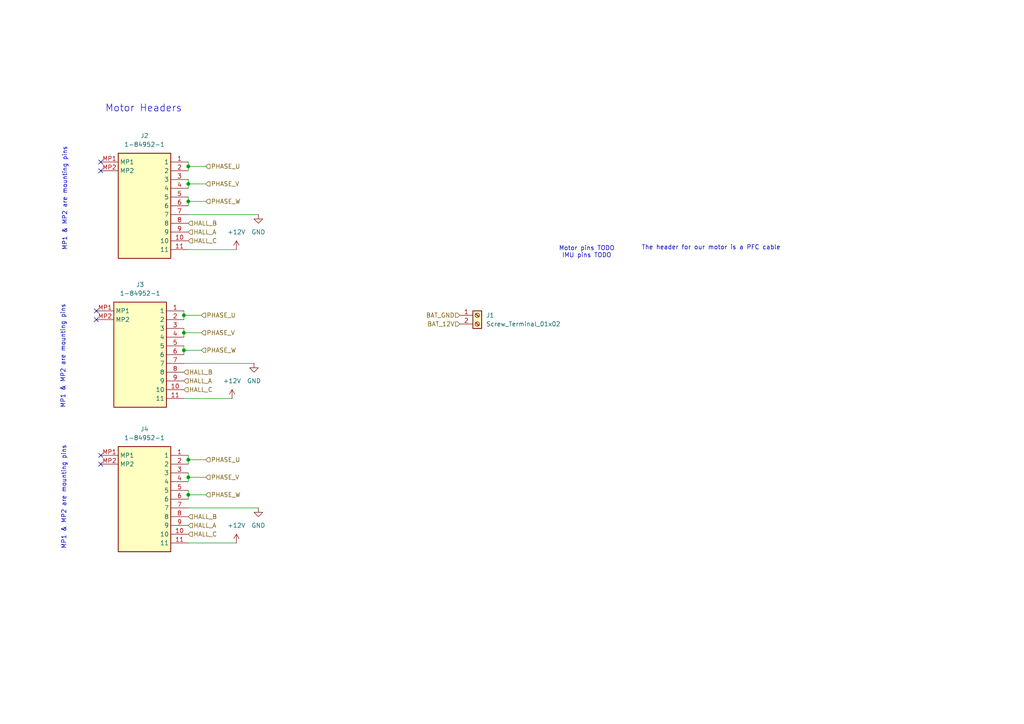
<source format=kicad_sch>
(kicad_sch (version 20231120) (generator "eeschema") (generator_version "8.0")
  (paper "A4")
  (lib_symbols
    (symbol "1-84952-1:1-84952-1"
      (property "Reference" "J" (at 21.59 7.62 0))
      (property "Value" "1-84952-1" (at 21.59 5.08 0))
      (symbol "1-84952-1_1_1"
        (rectangle (start 5.08 2.54) (end 20.32 -27.94) (stroke (width 0.254)) (fill (type background)))
        (pin passive line (at 25.4 0 180) (length 5.08) (name "1") (number "1"))
        (pin passive line (at 25.4 -22.86 180) (length 5.08) (name "10") (number "10"))
        (pin passive line (at 25.4 -25.4 180) (length 5.08) (name "11") (number "11"))
        (pin passive line (at 25.4 -2.54 180) (length 5.08) (name "2") (number "2"))
        (pin passive line (at 25.4 -5.08 180) (length 5.08) (name "3") (number "3"))
        (pin passive line (at 25.4 -7.62 180) (length 5.08) (name "4") (number "4"))
        (pin passive line (at 25.4 -10.16 180) (length 5.08) (name "5") (number "5"))
        (pin passive line (at 25.4 -12.7 180) (length 5.08) (name "6") (number "6"))
        (pin passive line (at 25.4 -15.24 180) (length 5.08) (name "7") (number "7"))
        (pin passive line (at 25.4 -17.78 180) (length 5.08) (name "8") (number "8"))
        (pin passive line (at 25.4 -20.32 180) (length 5.08) (name "9") (number "9"))
        (pin passive line (at 0 0 0) (length 5.08) (name "MP1") (number "MP1"))
        (pin passive line (at 0 -2.54 0) (length 5.08) (name "MP2") (number "MP2"))
      )
    )
    (symbol "Connector:Screw_Terminal_01x02" (pin_names (offset 1.016) hide)
      (property "Reference" "J" (at 0 2.54 0))
      (property "Value" "Screw_Terminal_01x02" (at 0 -5.08 0))
      (symbol "Screw_Terminal_01x02_1_1"
        (rectangle (start -1.27 1.27) (end 1.27 -3.81) (stroke (width 0.254)) (fill (type background)))
        (circle (center 0 -2.54) (radius 0.635) (stroke (width 0.1524)))
        (polyline (pts (xy -0.5334 -2.2098) (xy 0.3302 -3.048)) (stroke (width 0.1524)))
        (polyline (pts (xy -0.5334 0.3302) (xy 0.3302 -0.508)) (stroke (width 0.1524)))
        (polyline (pts (xy -0.3556 -2.032) (xy 0.508 -2.8702)) (stroke (width 0.1524)))
        (polyline (pts (xy -0.3556 0.508) (xy 0.508 -0.3302)) (stroke (width 0.1524)))
        (circle (center 0 0) (radius 0.635) (stroke (width 0.1524)))
        (pin passive line (at -5.08 0 0) (length 3.81) (name "Pin_1") (number "1"))
        (pin passive line (at -5.08 -2.54 0) (length 3.81) (name "Pin_2") (number "2"))
      )
    )
    (symbol "power:+12V" (power) (pin_numbers hide) (pin_names (offset 0) hide)
      (property "Value" "+12V" (at 0 3.556 0))
      (symbol "+12V_0_1"
        (polyline (pts (xy -0.762 1.27) (xy 0 2.54)))
        (polyline (pts (xy 0 0) (xy 0 2.54)))
        (polyline (pts (xy 0 2.54) (xy 0.762 1.27)))
      )
      (symbol "+12V_1_1"
        (pin power_in line (at 0 0 90) (length 0) (name "~") (number "1"))
      )
    )
    (symbol "power:GND" (power) (pin_numbers hide) (pin_names (offset 0) hide)
      (property "Value" "GND" (at 0 -3.81 0))
      (symbol "GND_0_1"
        (polyline (pts (xy 0 0) (xy 0 -1.27) (xy 1.27 -1.27) (xy 0 -2.54) (xy -1.27 -1.27) (xy 0 -1.27)))
      )
      (symbol "GND_1_1"
        (pin power_in line (at 0 0 270) (length 0) (name "~") (number "1"))
      )
    )
  )
  (junction (at 53.34 96.52))
  (junction (at 54.61 48.26))
  (junction (at 54.61 138.43))
  (junction (at 54.61 133.35))
  (junction (at 53.34 101.6))
  (junction (at 53.34 91.44))
  (junction (at 54.61 53.34))
  (junction (at 54.61 58.42))
  (junction (at 54.61 143.51))
  (no_connect (at 27.94 90.17))
  (no_connect (at 29.21 134.62))
  (no_connect (at 29.21 49.53))
  (no_connect (at 29.21 132.08))
  (no_connect (at 27.94 92.71))
  (no_connect (at 29.21 46.99))
  (wire (pts (xy 54.61 142.24) (xy 54.61 143.51)))
  (wire (pts (xy 54.61 147.32) (xy 74.93 147.32)))
  (wire (pts (xy 59.69 48.26) (xy 54.61 48.26)))
  (wire (pts (xy 68.58 72.39) (xy 54.61 72.39)))
  (wire (pts (xy 54.61 133.35) (xy 54.61 134.62)))
  (wire (pts (xy 53.34 100.33) (xy 53.34 101.6)))
  (wire (pts (xy 59.69 53.34) (xy 54.61 53.34)))
  (wire (pts (xy 58.42 101.6) (xy 53.34 101.6)))
  (wire (pts (xy 58.42 96.52) (xy 53.34 96.52)))
  (wire (pts (xy 54.61 138.43) (xy 54.61 139.7)))
  (wire (pts (xy 68.58 157.48) (xy 54.61 157.48)))
  (wire (pts (xy 59.69 133.35) (xy 54.61 133.35)))
  (wire (pts (xy 54.61 48.26) (xy 54.61 49.53)))
  (wire (pts (xy 54.61 62.23) (xy 74.93 62.23)))
  (wire (pts (xy 54.61 46.99) (xy 54.61 48.26)))
  (wire (pts (xy 54.61 143.51) (xy 54.61 144.78)))
  (wire (pts (xy 53.34 101.6) (xy 53.34 102.87)))
  (wire (pts (xy 67.31 115.57) (xy 53.34 115.57)))
  (wire (pts (xy 53.34 90.17) (xy 53.34 91.44)))
  (wire (pts (xy 54.61 132.08) (xy 54.61 133.35)))
  (wire (pts (xy 53.34 91.44) (xy 53.34 92.71)))
  (wire (pts (xy 58.42 91.44) (xy 53.34 91.44)))
  (wire (pts (xy 54.61 137.16) (xy 54.61 138.43)))
  (wire (pts (xy 54.61 57.15) (xy 54.61 58.42)))
  (wire (pts (xy 54.61 53.34) (xy 54.61 54.61)))
  (wire (pts (xy 53.34 96.52) (xy 53.34 97.79)))
  (wire (pts (xy 59.69 58.42) (xy 54.61 58.42)))
  (wire (pts (xy 54.61 52.07) (xy 54.61 53.34)))
  (wire (pts (xy 59.69 138.43) (xy 54.61 138.43)))
  (wire (pts (xy 53.34 95.25) (xy 53.34 96.52)))
  (wire (pts (xy 54.61 58.42) (xy 54.61 59.69)))
  (wire (pts (xy 59.69 143.51) (xy 54.61 143.51)))
  (wire (pts (xy 53.34 105.41) (xy 73.66 105.41)))
  (text "Motor Headers" (at 41.656 31.496 0) (effects (font (size 2.032 2.032))))
  (text "Motor pins TODO\nIMU pins TODO\n" (at 170.18 73.152 0) (effects (font (size 1.27 1.27))))
  (text "MP1 & MP2 are mounting pins" (at 18.796 57.658 90) (effects (font (size 1.27 1.27))))
  (text "MP1 & MP2 are mounting pins" (at 18.542 144.272 90) (effects (font (size 1.27 1.27))))
  (text "MP1 & MP2 are mounting pins" (at 18.288 103.378 90) (effects (font (size 1.27 1.27))))
  (text "The header for our motor is a PFC cable" (at 206.248 71.882 0) (effects (font (size 1.27 1.27))))
  (hierarchical_label "PHASE_V" (shape input) (at 59.69 53.34 0))
  (hierarchical_label "BAT_GND" (shape input) (at 133.35 91.44 180))
  (hierarchical_label "PHASE_W" (shape input) (at 59.69 58.42 0))
  (hierarchical_label "HALL_B" (shape input) (at 54.61 149.86 0))
  (hierarchical_label "HALL_C" (shape input) (at 54.61 154.94 0))
  (hierarchical_label "PHASE_U" (shape input) (at 59.69 48.26 0))
  (hierarchical_label "PHASE_V" (shape input) (at 58.42 96.52 0))
  (hierarchical_label "HALL_C" (shape input) (at 54.61 69.85 0))
  (hierarchical_label "PHASE_W" (shape input) (at 58.42 101.6 0))
  (hierarchical_label "HALL_A" (shape input) (at 54.61 152.4 0))
  (hierarchical_label "PHASE_V" (shape input) (at 59.69 138.43 0))
  (hierarchical_label "HALL_C" (shape input) (at 53.34 113.03 0))
  (hierarchical_label "BAT_12V" (shape input) (at 133.35 93.98 180))
  (hierarchical_label "HALL_B" (shape input) (at 54.61 64.77 0))
  (hierarchical_label "PHASE_U" (shape input) (at 59.69 133.35 0))
  (hierarchical_label "PHASE_U" (shape input) (at 58.42 91.44 0))
  (hierarchical_label "PHASE_W" (shape input) (at 59.69 143.51 0))
  (hierarchical_label "HALL_A" (shape input) (at 54.61 67.31 0))
  (hierarchical_label "HALL_B" (shape input) (at 53.34 107.95 0))
  (hierarchical_label "HALL_A" (shape input) (at 53.34 110.49 0))
  (symbol (lib_id "1-84952-1:1-84952-1") (at 29.21 46.99 0) (unit 1)
    (property "Reference" "J2" (at 41.91 39.37 0))
    (property "Value" "1-84952-1" (at 41.91 41.91 0))
    (property "Footprint" "1849521" (effects (hide yes)))
    (property "Datasheet" "https://componentsearchengine.com/Datasheets/2/1-84952-1.pdf" (effects (hide yes)))
    (property "Description" "FFC & FPC Connectors 1MM FPC HORZ .BTTM CONT.ASS.11P" (effects (hide yes)))
    (property "Height" "2.74" (effects (hide yes)))
    (property "Mouser Part Number" "571-1-84952-1" (effects (hide yes)))
    (property "Mouser Price/Stock" "https://www.mouser.co.uk/ProductDetail/TE-Connectivity/1-84952-1?qs=uUkeXfjQ8uS9Vjbveobf0Q%3D%3D" (effects (hide yes)))
    (property "Manufacturer_Name" "TE Connectivity" (effects (hide yes)))
    (property "Manufacturer_Part_Number" "1-84952-1" (effects (hide yes)))
  )
  (symbol (lib_id "1-84952-1:1-84952-1") (at 29.21 132.08 0) (unit 1)
    (property "Reference" "J4" (at 41.91 124.46 0))
    (property "Value" "1-84952-1" (at 41.91 127 0))
    (property "Footprint" "1849521" (effects (hide yes)))
    (property "Datasheet" "https://componentsearchengine.com/Datasheets/2/1-84952-1.pdf" (effects (hide yes)))
    (property "Description" "FFC & FPC Connectors 1MM FPC HORZ .BTTM CONT.ASS.11P" (effects (hide yes)))
    (property "Height" "2.74" (effects (hide yes)))
    (property "Mouser Part Number" "571-1-84952-1" (effects (hide yes)))
    (property "Mouser Price/Stock" "https://www.mouser.co.uk/ProductDetail/TE-Connectivity/1-84952-1?qs=uUkeXfjQ8uS9Vjbveobf0Q%3D%3D" (effects (hide yes)))
    (property "Manufacturer_Name" "TE Connectivity" (effects (hide yes)))
    (property "Manufacturer_Part_Number" "1-84952-1" (effects (hide yes)))
  )
  (symbol (lib_id "power:+12V") (at 68.58 157.48 0) (unit 1)
    (property "Reference" "#PWR085" (effects (hide yes)))
    (property "Value" "+12V" (at 68.58 152.4 0))
    (property "Description" "Power symbol creates a global label with name \"+12V\"" (effects (hide yes)))
  )
  (symbol (lib_id "Connector:Screw_Terminal_01x02") (at 138.43 91.44 0) (unit 1)
    (property "Reference" "J1" (at 140.97 91.4399 0) (effects (justify left)))
    (property "Value" "Screw_Terminal_01x02" (at 140.97 93.9799 0) (effects (justify left)))
    (property "Description" "Generic screw terminal, single row, 01x02, script generated (kicad-library-utils/schlib/autogen/connector/)" (effects (hide yes)))
  )
  (symbol (lib_id "power:+12V") (at 67.31 115.57 0) (unit 1)
    (property "Reference" "#PWR083" (effects (hide yes)))
    (property "Value" "+12V" (at 67.31 110.49 0))
    (property "Description" "Power symbol creates a global label with name \"+12V\"" (effects (hide yes)))
  )
  (symbol (lib_id "power:GND") (at 73.66 105.41 0) (unit 1)
    (property "Reference" "#PWR084" (effects (hide yes)))
    (property "Value" "GND" (at 73.66 110.49 0))
    (property "Description" "Power symbol creates a global label with name \"GND\" , ground" (effects (hide yes)))
  )
  (symbol (lib_id "power:+12V") (at 68.58 72.39 0) (unit 1)
    (property "Reference" "#PWR081" (effects (hide yes)))
    (property "Value" "+12V" (at 68.58 67.31 0))
    (property "Description" "Power symbol creates a global label with name \"+12V\"" (effects (hide yes)))
  )
  (symbol (lib_id "power:GND") (at 74.93 62.23 0) (unit 1)
    (property "Reference" "#PWR082" (effects (hide yes)))
    (property "Value" "GND" (at 74.93 67.31 0))
    (property "Description" "Power symbol creates a global label with name \"GND\" , ground" (effects (hide yes)))
  )
  (symbol (lib_id "power:GND") (at 74.93 147.32 0) (unit 1)
    (property "Reference" "#PWR086" (effects (hide yes)))
    (property "Value" "GND" (at 74.93 152.4 0))
    (property "Description" "Power symbol creates a global label with name \"GND\" , ground" (effects (hide yes)))
  )
  (symbol (lib_id "1-84952-1:1-84952-1") (at 27.94 90.17 0) (unit 1)
    (property "Reference" "J3" (at 40.64 82.55 0))
    (property "Value" "1-84952-1" (at 40.64 85.09 0))
    (property "Footprint" "1849521" (effects (hide yes)))
    (property "Datasheet" "https://componentsearchengine.com/Datasheets/2/1-84952-1.pdf" (effects (hide yes)))
    (property "Description" "FFC & FPC Connectors 1MM FPC HORZ .BTTM CONT.ASS.11P" (effects (hide yes)))
    (property "Height" "2.74" (effects (hide yes)))
    (property "Mouser Part Number" "571-1-84952-1" (effects (hide yes)))
    (property "Mouser Price/Stock" "https://www.mouser.co.uk/ProductDetail/TE-Connectivity/1-84952-1?qs=uUkeXfjQ8uS9Vjbveobf0Q%3D%3D" (effects (hide yes)))
    (property "Manufacturer_Name" "TE Connectivity" (effects (hide yes)))
    (property "Manufacturer_Part_Number" "1-84952-1" (effects (hide yes)))
  )
)
</source>
